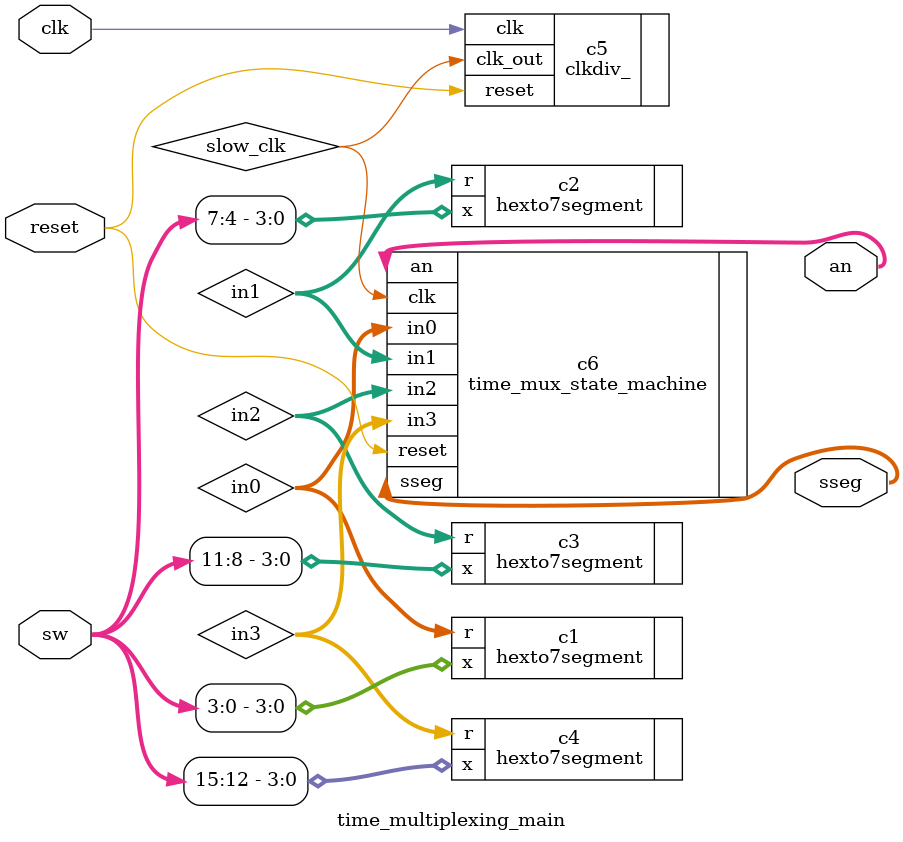
<source format=v>
`timescale 1ns / 1ps

module time_multiplexing_main(
    input clk,
    input reset,
    input [15:0] sw,
    output [3:0] an,
    output [6:0] sseg);
    
    wire [6:0] in0, in1, in2, in3;
    wire slow_clk;
    
    //Module instantiation of hexto7segment decoder
    hexto7segment c1 (.x(sw[3:0]), .r(in0));
    hexto7segment c2 (.x(sw[7:4]), .r(in1));
    hexto7segment c3 (.x(sw[11:8]), .r(in2));
    hexto7segment c4 (.x(sw[15:12]), .r(in3));   
    
    //Module instantiation of the clock divider
    clkdiv_ c5 (.clk(clk), .reset(reset), .clk_out(slow_clk));
    
    //Module instantiation of the multiplexer
    time_mux_state_machine c6 (
    .clk (slow_clk),
    .reset (reset),
    .in0 (in0),
    .in1 (in1),
    .in2 (in2),
    .in3 (in3), 
    .an(an), 
    .sseg (sseg)
    );
endmodule
</source>
